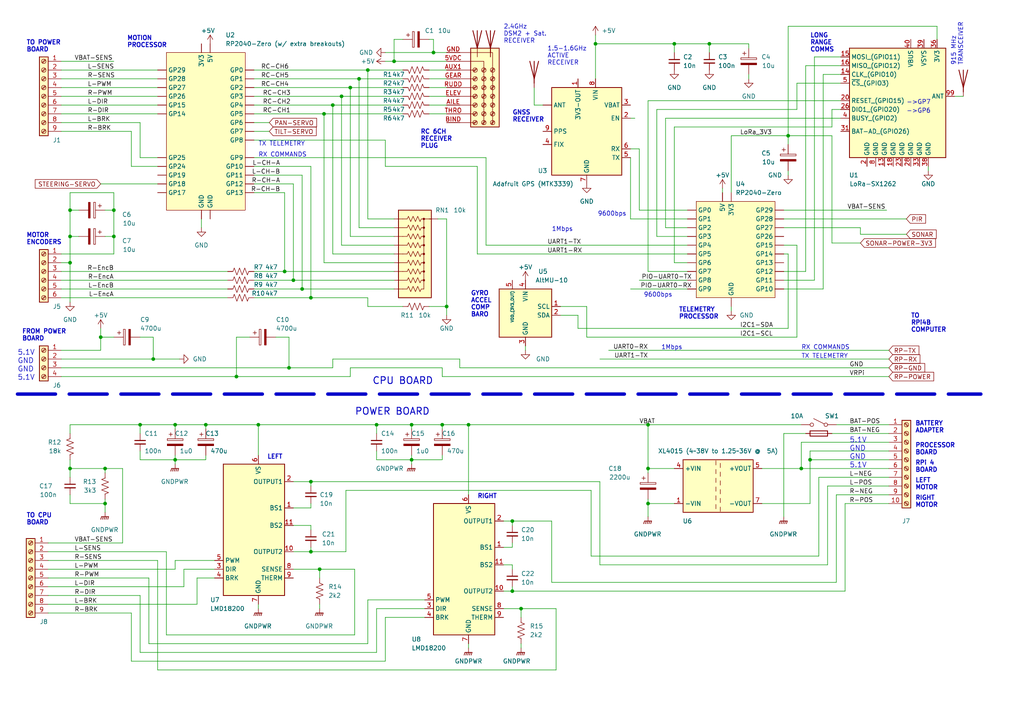
<source format=kicad_sch>
(kicad_sch (version 20211123) (generator eeschema)
  (paper "A4")
  (title_block (title "Roverling MK II Controller") (date "2023-11-12") (rev "2.03"))
  (junction (at 234.95 133.35))
  (junction (at 125.73 15.24))
  (junction (at 187.96 135.89))
  (junction (at 205.74 12.7))
  (junction (at 135.89 123.19))
  (junction (at 119.38 123.19))
  (junction (at 228.6 39.37))
  (junction (at 232.41 135.89))
  (junction (at 151.13 176.53))
  (junction (at 90.17 139.7))
  (junction (at 87.63 83.82))
  (junction (at 59.69 123.19))
  (junction (at 101.6 25.4))
  (junction (at 82.55 78.74))
  (junction (at 29.21 97.79))
  (junction (at 74.93 123.19))
  (junction (at 30.48 135.89))
  (junction (at 90.17 160.02))
  (junction (at 44.45 104.14))
  (junction (at 20.32 68.58))
  (junction (at 172.72 12.7))
  (junction (at 96.52 30.48))
  (junction (at 20.32 135.89))
  (junction (at 33.02 68.58))
  (junction (at 187.96 146.05))
  (junction (at 93.98 33.02))
  (junction (at 85.09 81.28))
  (junction (at 92.71 165.1))
  (junction (at 129.54 88.9))
  (junction (at 114.3 17.78))
  (junction (at 20.32 76.2))
  (junction (at 90.17 86.36))
  (junction (at 148.59 151.13))
  (junction (at 50.8 133.35))
  (junction (at 119.38 133.35))
  (junction (at 128.27 123.19))
  (junction (at 195.58 12.7))
  (junction (at 30.48 146.05))
  (junction (at 99.06 27.94))
  (junction (at 40.64 123.19))
  (junction (at 109.22 123.19))
  (junction (at 148.59 171.45))
  (junction (at 104.14 22.86))
  (junction (at 83.82 106.68))
  (junction (at 33.02 60.96))
  (junction (at 68.58 109.22))
  (junction (at 106.68 20.32))
  (junction (at 50.8 123.19))
  (junction (at 187.96 123.19))
  (junction (at 20.32 60.96))
  (wire (pts (xy 133.35 104.14) (xy 96.52 104.14)))
  (wire (pts (xy 74.93 123.19) (xy 74.93 132.08)))
  (wire (pts (xy 33.02 55.88) (xy 33.02 60.96)))
  (wire (pts (xy 233.68 19.05) (xy 243.84 19.05)))
  (wire (pts (xy 140.97 45.72) (xy 140.97 71.12)))
  (wire (pts (xy 129.54 63.5) (xy 129.54 88.9)))
  (wire (pts (xy 114.3 68.58) (xy 101.6 68.58)))
  (wire (pts (xy 212.09 90.17) (xy 212.09 88.9)))
  (wire (pts (xy 106.68 88.9) (xy 106.68 86.36)))
  (wire (pts (xy 30.48 146.05) (xy 20.32 146.05)))
  (wire (pts (xy 227.33 125.73) (xy 227.33 149.86)))
  (wire (pts (xy 220.98 135.89) (xy 232.41 135.89)))
  (wire (pts (xy 101.6 68.58) (xy 101.6 25.4)))
  (wire (pts (xy 90.17 146.05) (xy 90.17 147.32)))
  (wire (pts (xy 114.3 66.04) (xy 104.14 66.04)))
  (wire (pts (xy 111.76 15.24) (xy 125.73 15.24)))
  (wire (pts (xy 30.48 144.78) (xy 30.48 146.05)))
  (wire (pts (xy 217.17 12.7) (xy 217.17 13.97)))
  (wire (pts (xy 48.26 160.02) (xy 48.26 184.15)))
  (wire (pts (xy 119.38 133.35) (xy 128.27 133.35)))
  (wire (pts (xy 187.96 123.19) (xy 232.41 123.19)))
  (wire (pts (xy 160.02 151.13) (xy 148.59 151.13)))
  (wire (pts (xy 101.6 25.4) (xy 116.84 25.4)))
  (wire (pts (xy 17.78 27.94) (xy 45.72 27.94)))
  (wire (pts (xy 73.66 86.36) (xy 90.17 86.36)))
  (wire (pts (xy 17.78 22.86) (xy 45.72 22.86)))
  (wire (pts (xy 82.55 55.88) (xy 82.55 78.74)))
  (wire (pts (xy 101.6 106.68) (xy 101.6 109.22)))
  (polyline (pts (xy 5.08 114.3) (xy 284.48 114.3)) (stroke (width 1)))
  (wire (pts (xy 160.02 168.91) (xy 160.02 151.13)))
  (wire (pts (xy 236.22 16.51) (xy 236.22 81.28)))
  (wire (pts (xy 172.72 12.7) (xy 172.72 22.86)))
  (wire (pts (xy 29.21 97.79) (xy 33.02 97.79)))
  (wire (pts (xy 92.71 175.26) (xy 92.71 176.53)))
  (wire (pts (xy 90.17 160.02) (xy 100.33 160.02)))
  (wire (pts (xy 242.57 143.51) (xy 242.57 168.91)))
  (wire (pts (xy 242.57 123.19) (xy 257.81 123.19)))
  (wire (pts (xy 190.5 31.75) (xy 231.14 31.75)))
  (wire (pts (xy 162.56 88.9) (xy 170.18 88.9)))
  (wire (pts (xy 167.64 95.25) (xy 228.6 95.25)))
  (wire (pts (xy 13.97 175.26) (xy 57.15 175.26)))
  (wire (pts (xy 109.22 123.19) (xy 119.38 123.19)))
  (wire (pts (xy 237.49 161.29) (xy 171.45 161.29)))
  (wire (pts (xy 116.84 88.9) (xy 106.68 88.9)))
  (wire (pts (xy 85.09 165.1) (xy 92.71 165.1)))
  (wire (pts (xy 68.58 97.79) (xy 72.39 97.79)))
  (wire (pts (xy 30.48 60.96) (xy 33.02 60.96)))
  (wire (pts (xy 73.66 78.74) (xy 82.55 78.74)))
  (wire (pts (xy 140.97 71.12) (xy 199.39 71.12)))
  (wire (pts (xy 190.5 68.58) (xy 190.5 31.75)))
  (wire (pts (xy 93.98 76.2) (xy 93.98 33.02)))
  (wire (pts (xy 44.45 104.14) (xy 52.07 104.14)))
  (wire (pts (xy 125.73 15.24) (xy 129.54 15.24)))
  (wire (pts (xy 20.32 76.2) (xy 20.32 87.63)))
  (wire (pts (xy 30.48 146.05) (xy 30.48 148.59)))
  (wire (pts (xy 257.81 109.22) (xy 128.27 109.22)))
  (wire (pts (xy 57.15 167.64) (xy 62.23 167.64)))
  (wire (pts (xy 193.04 66.04) (xy 193.04 34.29)))
  (wire (pts (xy 59.69 123.19) (xy 74.93 123.19)))
  (wire (pts (xy 249.555 67.945) (xy 262.89 67.945)))
  (wire (pts (xy 257.81 106.68) (xy 133.35 106.68)))
  (wire (pts (xy 148.59 157.48) (xy 148.59 158.75)))
  (wire (pts (xy 124.46 33.02) (xy 129.54 33.02)))
  (wire (pts (xy 125.73 11.43) (xy 125.73 15.24)))
  (wire (pts (xy 129.54 17.78) (xy 114.3 17.78)))
  (wire (pts (xy 53.34 165.1) (xy 62.23 165.1)))
  (wire (pts (xy 30.48 135.89) (xy 20.32 135.89)))
  (wire (pts (xy 227.33 66.04) (xy 249.555 66.04)))
  (wire (pts (xy 148.59 170.18) (xy 148.59 171.45)))
  (wire (pts (xy 50.8 124.46) (xy 50.8 123.19)))
  (wire (pts (xy 59.69 132.08) (xy 59.69 133.35)))
  (wire (pts (xy 111.76 48.26) (xy 138.43 48.26)))
  (wire (pts (xy 104.14 66.04) (xy 104.14 22.86)))
  (wire (pts (xy 85.09 81.28) (xy 114.3 81.28)))
  (wire (pts (xy 106.68 173.99) (xy 106.68 186.69)))
  (wire (pts (xy 20.32 60.96) (xy 22.86 60.96)))
  (wire (pts (xy 109.22 123.19) (xy 109.22 125.73)))
  (wire (pts (xy 109.22 130.81) (xy 109.22 133.35)))
  (wire (pts (xy 119.38 134.62) (xy 119.38 133.35)))
  (wire (pts (xy 29.21 53.34) (xy 45.72 53.34)))
  (wire (pts (xy 85.09 139.7) (xy 90.17 139.7)))
  (wire (pts (xy 90.17 48.26) (xy 73.66 48.26)))
  (wire (pts (xy 74.93 123.19) (xy 109.22 123.19)))
  (wire (pts (xy 13.97 160.02) (xy 48.26 160.02)))
  (wire (pts (xy 114.3 71.12) (xy 99.06 71.12)))
  (wire (pts (xy 29.21 101.6) (xy 29.21 97.79)))
  (wire (pts (xy 106.68 186.69) (xy 43.18 186.69)))
  (wire (pts (xy 17.78 104.14) (xy 44.45 104.14)))
  (wire (pts (xy 241.3 70.485) (xy 249.555 70.485)))
  (wire (pts (xy 148.59 152.4) (xy 148.59 151.13)))
  (wire (pts (xy 138.43 73.66) (xy 199.39 73.66)))
  (wire (pts (xy 17.78 35.56) (xy 40.64 35.56)))
  (wire (pts (xy 227.33 71.12) (xy 231.14 71.12)))
  (wire (pts (xy 90.17 160.02) (xy 85.09 160.02)))
  (wire (pts (xy 227.33 78.74) (xy 233.68 78.74)))
  (wire (pts (xy 231.14 71.12) (xy 231.14 97.79)))
  (wire (pts (xy 234.95 130.81) (xy 257.81 130.81)))
  (wire (pts (xy 38.1 177.8) (xy 13.97 177.8)))
  (wire (pts (xy 92.71 165.1) (xy 102.87 165.1)))
  (wire (pts (xy 116.84 11.43) (xy 114.3 11.43)))
  (wire (pts (xy 245.11 146.05) (xy 257.81 146.05)))
  (wire (pts (xy 127 63.5) (xy 129.54 63.5)))
  (wire (pts (xy 269.24 48.26) (xy 269.24 49.53)))
  (wire (pts (xy 249.555 66.04) (xy 249.555 67.945)))
  (wire (pts (xy 35.56 157.48) (xy 35.56 135.89)))
  (wire (pts (xy 243.84 29.21) (xy 187.96 29.21)))
  (wire (pts (xy 212.09 55.88) (xy 212.09 39.37)))
  (wire (pts (xy 185.42 43.18) (xy 185.42 60.96)))
  (wire (pts (xy 38.1 48.26) (xy 38.1 38.1)))
  (wire (pts (xy 45.72 194.31) (xy 161.29 194.31)))
  (wire (pts (xy 99.06 27.94) (xy 116.84 27.94)))
  (wire (pts (xy 232.41 128.27) (xy 257.81 128.27)))
  (wire (pts (xy 227.33 63.5) (xy 262.89 63.5)))
  (wire (pts (xy 80.01 97.79) (xy 83.82 97.79)))
  (wire (pts (xy 17.78 106.68) (xy 83.82 106.68)))
  (wire (pts (xy 199.39 68.58) (xy 190.5 68.58)))
  (wire (pts (xy 109.22 189.23) (xy 40.64 189.23)))
  (wire (pts (xy 217.17 21.59) (xy 217.17 22.86)))
  (wire (pts (xy 119.38 132.08) (xy 119.38 133.35)))
  (wire (pts (xy 227.33 73.66) (xy 228.6 73.66)))
  (wire (pts (xy 30.48 137.16) (xy 30.48 135.89)))
  (wire (pts (xy 20.32 60.96) (xy 20.32 68.58)))
  (wire (pts (xy 123.19 173.99) (xy 106.68 173.99)))
  (wire (pts (xy 228.6 39.37) (xy 228.6 41.91)))
  (wire (pts (xy 151.13 186.69) (xy 151.13 187.96)))
  (wire (pts (xy 92.71 165.1) (xy 92.71 167.64)))
  (wire (pts (xy 233.68 78.74) (xy 233.68 19.05)))
  (wire (pts (xy 17.78 109.22) (xy 68.58 109.22)))
  (wire (pts (xy 152.4 100.33) (xy 152.4 101.6)))
  (wire (pts (xy 205.74 12.7) (xy 205.74 15.24)))
  (wire (pts (xy 17.78 33.02) (xy 45.72 33.02)))
  (wire (pts (xy 13.97 162.56) (xy 45.72 162.56)))
  (wire (pts (xy 199.39 60.96) (xy 185.42 60.96)))
  (wire (pts (xy 20.32 68.58) (xy 20.32 76.2)))
  (wire (pts (xy 148.59 158.75) (xy 146.05 158.75)))
  (wire (pts (xy 43.18 167.64) (xy 13.97 167.64)))
  (wire (pts (xy 83.82 106.68) (xy 96.52 106.68)))
  (wire (pts (xy 154.94 25.4) (xy 154.94 30.48)))
  (wire (pts (xy 50.8 162.56) (xy 62.23 162.56)))
  (wire (pts (xy 73.66 45.72) (xy 140.97 45.72)))
  (wire (pts (xy 124.46 88.9) (xy 129.54 88.9)))
  (wire (pts (xy 128.27 132.08) (xy 128.27 133.35)))
  (wire (pts (xy 124.46 11.43) (xy 125.73 11.43)))
  (wire (pts (xy 124.46 30.48) (xy 129.54 30.48)))
  (wire (pts (xy 187.96 29.21) (xy 187.96 78.74)))
  (wire (pts (xy 237.49 138.43) (xy 237.49 161.29)))
  (wire (pts (xy 17.78 38.1) (xy 38.1 38.1)))
  (wire (pts (xy 124.46 22.86) (xy 129.54 22.86)))
  (wire (pts (xy 40.64 45.72) (xy 45.72 45.72)))
  (wire (pts (xy 128.27 109.22) (xy 128.27 106.68)))
  (wire (pts (xy 176.53 101.6) (xy 257.81 101.6)))
  (wire (pts (xy 114.3 63.5) (xy 106.68 63.5)))
  (wire (pts (xy 123.19 176.53) (xy 109.22 176.53)))
  (wire (pts (xy 17.78 30.48) (xy 45.72 30.48)))
  (wire (pts (xy 146.05 163.83) (xy 148.59 163.83)))
  (wire (pts (xy 257.81 135.89) (xy 232.41 135.89)))
  (wire (pts (xy 100.33 142.24) (xy 171.45 142.24)))
  (wire (pts (xy 59.69 124.46) (xy 59.69 123.19)))
  (wire (pts (xy 73.66 30.48) (xy 96.52 30.48)))
  (wire (pts (xy 90.17 86.36) (xy 106.68 86.36)))
  (wire (pts (xy 243.84 16.51) (xy 236.22 16.51)))
  (wire (pts (xy 232.41 128.27) (xy 232.41 135.89)))
  (wire (pts (xy 114.3 11.43) (xy 114.3 17.78)))
  (wire (pts (xy 20.32 55.88) (xy 33.02 55.88)))
  (wire (pts (xy 40.64 133.35) (xy 50.8 133.35)))
  (wire (pts (xy 182.88 83.82) (xy 199.39 83.82)))
  (wire (pts (xy 187.96 135.89) (xy 195.58 135.89)))
  (wire (pts (xy 227.33 83.82) (xy 238.76 83.82)))
  (wire (pts (xy 123.19 179.07) (xy 111.76 179.07)))
  (wire (pts (xy 193.04 34.29) (xy 243.84 34.29)))
  (wire (pts (xy 172.72 12.7) (xy 195.58 12.7)))
  (wire (pts (xy 73.66 22.86) (xy 104.14 22.86)))
  (wire (pts (xy 50.8 134.62) (xy 50.8 133.35)))
  (wire (pts (xy 135.89 123.19) (xy 135.89 143.51)))
  (wire (pts (xy 276.86 27.94) (xy 279.4 27.94)))
  (wire (pts (xy 228.6 7.62) (xy 271.78 7.62)))
  (wire (pts (xy 241.3 31.75) (xy 241.3 36.83)))
  (wire (pts (xy 40.64 123.19) (xy 40.64 125.73)))
  (wire (pts (xy 195.58 12.7) (xy 205.74 12.7)))
  (wire (pts (xy 50.8 123.19) (xy 59.69 123.19)))
  (wire (pts (xy 58.42 63.5) (xy 58.42 66.04)))
  (wire (pts (xy 68.58 109.22) (xy 101.6 109.22)))
  (wire (pts (xy 85.09 53.34) (xy 85.09 81.28)))
  (wire (pts (xy 109.22 176.53) (xy 109.22 189.23)))
  (wire (pts (xy 236.22 81.28) (xy 227.33 81.28)))
  (wire (pts (xy 17.78 73.66) (xy 33.02 73.66)))
  (wire (pts (xy 82.55 55.88) (xy 73.66 55.88)))
  (wire (pts (xy 90.17 152.4) (xy 90.17 153.67)))
  (wire (pts (xy 114.3 17.78) (xy 111.76 17.78)))
  (wire (pts (xy 40.64 123.19) (xy 50.8 123.19)))
  (wire (pts (xy 50.8 165.1) (xy 50.8 162.56)))
  (wire (pts (xy 48.26 184.15) (xy 102.87 184.15)))
  (wire (pts (xy 173.99 104.14) (xy 257.81 104.14)))
  (wire (pts (xy 90.17 48.26) (xy 90.17 86.36)))
  (wire (pts (xy 73.66 33.02) (xy 93.98 33.02)))
  (wire (pts (xy 90.17 139.7) (xy 173.99 139.7)))
  (wire (pts (xy 173.99 163.83) (xy 240.03 163.83)))
  (wire (pts (xy 57.15 175.26) (xy 57.15 167.64)))
  (wire (pts (xy 231.14 24.13) (xy 243.84 24.13)))
  (wire (pts (xy 106.68 63.5) (xy 106.68 20.32)))
  (wire (pts (xy 228.6 39.37) (xy 228.6 7.62)))
  (wire (pts (xy 182.88 63.5) (xy 199.39 63.5)))
  (wire (pts (xy 111.76 40.64) (xy 111.76 48.26)))
  (wire (pts (xy 234.95 133.35) (xy 257.81 133.35)))
  (wire (pts (xy 242.57 168.91) (xy 160.02 168.91)))
  (wire (pts (xy 170.18 88.9) (xy 170.18 97.79)))
  (wire (pts (xy 68.58 97.79) (xy 68.58 109.22)))
  (wire (pts (xy 40.64 45.72) (xy 40.64 35.56)))
  (wire (pts (xy 50.8 132.08) (xy 50.8 133.35)))
  (wire (pts (xy 99.06 71.12) (xy 99.06 27.94)))
  (wire (pts (xy 87.63 50.8) (xy 73.66 50.8)))
  (wire (pts (xy 90.17 147.32) (xy 85.09 147.32)))
  (wire (pts (xy 17.78 17.78) (xy 33.02 17.78)))
  (wire (pts (xy 35.56 135.89) (xy 30.48 135.89)))
  (wire (pts (xy 20.32 123.19) (xy 40.64 123.19)))
  (wire (pts (xy 187.96 146.05) (xy 187.96 149.86)))
  (wire (pts (xy 87.63 83.82) (xy 114.3 83.82)))
  (wire (pts (xy 38.1 191.77) (xy 38.1 177.8)))
  (wire (pts (xy 83.82 97.79) (xy 83.82 106.68)))
  (wire (pts (xy 40.64 172.72) (xy 13.97 172.72)))
  (wire (pts (xy 73.66 83.82) (xy 87.63 83.82)))
  (wire (pts (xy 228.6 73.66) (xy 228.6 95.25)))
  (wire (pts (xy 231.14 97.79) (xy 170.18 97.79)))
  (wire (pts (xy 195.58 36.83) (xy 195.58 76.2)))
  (wire (pts (xy 124.46 27.94) (xy 129.54 27.94)))
  (wire (pts (xy 85.09 53.34) (xy 73.66 53.34)))
  (wire (pts (xy 17.78 76.2) (xy 20.32 76.2)))
  (wire (pts (xy 43.18 186.69) (xy 43.18 167.64)))
  (wire (pts (xy 13.97 170.18) (xy 53.34 170.18)))
  (wire (pts (xy 106.68 20.32) (xy 116.84 20.32)))
  (wire (pts (xy 187.96 78.74) (xy 199.39 78.74)))
  (wire (pts (xy 53.34 170.18) (xy 53.34 165.1)))
  (wire (pts (xy 128.27 106.68) (xy 101.6 106.68)))
  (wire (pts (xy 104.14 22.86) (xy 116.84 22.86)))
  (wire (pts (xy 20.32 133.35) (xy 20.32 135.89)))
  (wire (pts (xy 173.99 139.7) (xy 173.99 163.83)))
  (wire (pts (xy 90.17 158.75) (xy 90.17 160.02)))
  (wire (pts (xy 187.96 144.78) (xy 187.96 146.05)))
  (wire (pts (xy 151.13 176.53) (xy 151.13 179.07)))
  (wire (pts (xy 44.45 97.79) (xy 44.45 104.14)))
  (wire (pts (xy 17.78 101.6) (xy 29.21 101.6)))
  (wire (pts (xy 128.27 123.19) (xy 135.89 123.19)))
  (wire (pts (xy 148.59 171.45) (xy 146.05 171.45)))
  (wire (pts (xy 119.38 123.19) (xy 128.27 123.19)))
  (wire (pts (xy 182.88 34.29) (xy 184.15 34.29)))
  (wire (pts (xy 13.97 157.48) (xy 35.56 157.48)))
  (wire (pts (xy 20.32 68.58) (xy 22.86 68.58)))
  (wire (pts (xy 151.13 176.53) (xy 161.29 176.53)))
  (wire (pts (xy 20.32 143.51) (xy 20.32 146.05)))
  (wire (pts (xy 90.17 140.97) (xy 90.17 139.7)))
  (wire (pts (xy 40.64 97.79) (xy 44.45 97.79)))
  (wire (pts (xy 74.93 175.26) (xy 74.93 176.53)))
  (wire (pts (xy 234.95 133.35) (xy 234.95 130.81)))
  (wire (pts (xy 220.98 146.05) (xy 234.95 146.05)))
  (wire (pts (xy 20.32 55.88) (xy 20.32 60.96)))
  (wire (pts (xy 271.78 7.62) (xy 271.78 11.43)))
  (wire (pts (xy 172.72 10.16) (xy 172.72 12.7)))
  (wire (pts (xy 161.29 194.31) (xy 161.29 176.53)))
  (wire (pts (xy 138.43 48.26) (xy 138.43 73.66)))
  (wire (pts (xy 20.32 135.89) (xy 20.32 138.43)))
  (wire (pts (xy 240.03 163.83) (xy 240.03 140.97)))
  (wire (pts (xy 124.46 20.32) (xy 129.54 20.32)))
  (wire (pts (xy 146.05 176.53) (xy 151.13 176.53)))
  (wire (pts (xy 135.89 186.69) (xy 135.89 187.96)))
  (wire (pts (xy 187.96 135.89) (xy 187.96 137.16)))
  (wire (pts (xy 241.3 125.73) (xy 257.81 125.73)))
  (wire (pts (xy 243.84 31.75) (xy 241.3 31.75)))
  (wire (pts (xy 128.27 124.46) (xy 128.27 123.19)))
  (wire (pts (xy 102.87 165.1) (xy 102.87 184.15)))
  (wire (pts (xy 73.66 27.94) (xy 99.06 27.94)))
  (wire (pts (xy 30.48 68.58) (xy 33.02 68.58)))
  (wire (pts (xy 182.88 43.18) (xy 185.42 43.18)))
  (wire (pts (xy 195.58 12.7) (xy 195.58 15.24)))
  (wire (pts (xy 33.02 68.58) (xy 33.02 73.66)))
  (wire (pts (xy 29.21 97.79) (xy 29.21 95.25)))
  (wire (pts (xy 119.38 124.46) (xy 119.38 123.19)))
  (wire (pts (xy 45.72 48.26) (xy 38.1 48.26)))
  (wire (pts (xy 17.78 20.32) (xy 45.72 20.32)))
  (wire (pts (xy 209.55 54.61) (xy 209.55 55.88)))
  (wire (pts (xy 17.78 83.82) (xy 66.04 83.82)))
  (wire (pts (xy 73.66 40.64) (xy 111.76 40.64)))
  (wire (pts (xy 157.48 30.48) (xy 154.94 30.48)))
  (wire (pts (xy 33.02 60.96) (xy 33.02 68.58)))
  (wire (pts (xy 148.59 171.45) (xy 245.11 171.45)))
  (wire (pts (xy 187.96 123.19) (xy 187.96 135.89)))
  (wire (pts (xy 50.8 133.35) (xy 59.69 133.35)))
  (wire (pts (xy 93.98 33.02) (xy 116.84 33.02)))
  (wire (pts (xy 45.72 162.56) (xy 45.72 194.31)))
  (wire (pts (xy 73.66 35.56) (xy 78.105 35.56)))
  (wire (pts (xy 73.66 20.32) (xy 106.68 20.32)))
  (wire (pts (xy 234.95 133.35) (xy 234.95 146.05)))
  (wire (pts (xy 96.52 104.14) (xy 96.52 106.68)))
  (wire (pts (xy 238.76 83.82) (xy 238.76 21.59)))
  (wire (pts (xy 231.14 31.75) (xy 231.14 24.13)))
  (wire (pts (xy 85.09 152.4) (xy 90.17 152.4)))
  (wire (pts (xy 82.55 78.74) (xy 114.3 78.74)))
  (wire (pts (xy 100.33 142.24) (xy 100.33 160.02)))
  (wire (pts (xy 111.76 179.07) (xy 111.76 191.77)))
  (wire (pts (xy 167.64 91.44) (xy 167.64 95.25)))
  (wire (pts (xy 40.64 189.23) (xy 40.64 172.72)))
  (wire (pts (xy 182.88 45.72) (xy 182.88 63.5)))
  (wire (pts (xy 233.68 125.73) (xy 227.33 125.73)))
  (wire (pts (xy 17.78 25.4) (xy 45.72 25.4)))
  (wire (pts (xy 109.22 133.35) (xy 119.38 133.35)))
  (wire (pts (xy 148.59 163.83) (xy 148.59 165.1)))
  (wire (pts (xy 227.33 60.96) (xy 257.175 60.96)))
  (wire (pts (xy 124.46 25.4) (xy 129.54 25.4)))
  (wire (pts (xy 238.76 21.59) (xy 243.84 21.59)))
  (wire (pts (xy 257.81 143.51) (xy 242.57 143.51)))
  (wire (pts (xy 245.11 171.45) (xy 245.11 146.05)))
  (wire (pts (xy 146.05 151.13) (xy 148.59 151.13)))
  (wire (pts (xy 87.63 50.8) (xy 87.63 83.82)))
  (wire (pts (xy 195.58 146.05) (xy 187.96 146.05)))
  (wire (pts (xy 114.3 73.66) (xy 96.52 73.66)))
  (wire (pts (xy 73.66 81.28) (xy 85.09 81.28)))
  (wire (pts (xy 73.66 38.1) (xy 78.105 38.1)))
  (wire (pts (xy 185.42 81.28) (xy 199.39 81.28)))
  (wire (pts (xy 237.49 138.43) (xy 257.81 138.43)))
  (wire (pts (xy 228.6 49.53) (xy 228.6 50.8)))
  (wire (pts (xy 17.78 78.74) (xy 66.04 78.74)))
  (wire (pts (xy 133.35 106.68) (xy 133.35 104.14)))
  (wire (pts (xy 135.89 123.19) (xy 187.96 123.19)))
  (wire (pts (xy 228.6 39.37) (xy 241.3 39.37)))
  (wire (pts (xy 199.39 66.04) (xy 193.04 66.04)))
  (wire (pts (xy 205.74 12.7) (xy 217.17 12.7)))
  (wire (pts (xy 212.09 39.37) (xy 228.6 39.37)))
  (wire (pts (xy 96.52 73.66) (xy 96.52 30.48)))
  (wire (pts (xy 162.56 91.44) (xy 167.64 91.44)))
  (wire (pts (xy 129.54 88.9) (xy 129.54 91.44)))
  (wire (pts (xy 73.66 25.4) (xy 101.6 25.4)))
  (wire (pts (xy 17.78 81.28) (xy 66.04 81.28)))
  (wire (pts (xy 241.3 39.37) (xy 241.3 70.485)))
  (wire (pts (xy 241.3 36.83) (xy 195.58 36.83)))
  (wire (pts (xy 240.03 140.97) (xy 257.81 140.97)))
  (wire (pts (xy 40.64 130.81) (xy 40.64 133.35)))
  (wire (pts (xy 111.76 191.77) (xy 38.1 191.77)))
  (wire (pts (xy 195.58 76.2) (xy 199.39 76.2)))
  (wire (pts (xy 96.52 30.48) (xy 116.84 30.48)))
  (wire (pts (xy 17.78 86.36) (xy 66.04 86.36)))
  (wire (pts (xy 171.45 161.29) (xy 171.45 142.24)))
  (wire (pts (xy 13.97 165.1) (xy 50.8 165.1)))
  (wire (pts (xy 20.32 123.19) (xy 20.32 125.73)))
  (wire (pts (xy 114.3 76.2) (xy 93.98 76.2)))
  (text "BATTERY\nADAPTER" (at 265.43 125.73 0) (effects (font (size 1.27 1.27) (thickness 0.254) bold) (justify left bottom)))
  (text "MOTOR\nENCODERS" (at 7.62 71.12 0) (effects (font (size 1.27 1.27) (thickness 0.254) bold) (justify left bottom)))
  (text "FROM POWER \nBOARD" (at 6.35 99.06 0) (effects (font (size 1.27 1.27) (thickness 0.254) bold) (justify left bottom)))
  (text "RPi 4\nBOARD" (at 265.43 137.16 0) (effects (font (size 1.27 1.27) (thickness 0.254) bold) (justify left bottom)))
  (text "TO POWER \nBOARD" (at 7.62 15.24 0) (effects (font (size 1.27 1.27) (thickness 0.254) bold) (justify left bottom)))
  (text "->GP7" (at 262.89 30.48 0) (effects (font (size 1.27 1.27)) (justify left bottom)))
  (text "9600bps" (at 186.69 86.36 0) (effects (font (size 1.27 1.27)) (justify left bottom)))
  (text "5.1V\nGND\nGND\n5.1V" (at 246.38 135.89 0) (effects (font (size 1.5 1.5)) (justify left bottom)))
  (text "1Mbps" (at 191.77 101.6 0) (effects (font (size 1.27 1.27)) (justify left bottom)))
  (text "TO CPU\nBOARD" (at 7.62 152.4 0) (effects (font (size 1.27 1.27) (thickness 0.254) bold) (justify left bottom)))
  (text "RC 6CH\nRECEIVER\nPLUG" (at 121.92 43.18 0) (effects (font (size 1.27 1.27) (thickness 0.254) bold) (justify left bottom)))
  (text "LONG\nRANGE\nCOMMS" (at 234.95 15.24 0) (effects (font (size 1.27 1.27) (thickness 0.254) bold) (justify left bottom)))
  (text "TELEMETRY\nPROCESSOR" (at 196.85 92.71 0) (effects (font (size 1.27 1.27) (thickness 0.254) bold) (justify left bottom)))
  (text "9600bps" (at 173.355 62.865 0) (effects (font (size 1.27 1.27)) (justify left bottom)))
  (text "1Mbps" (at 160.02 67.31 0) (effects (font (size 1.27 1.27)) (justify left bottom)))
  (text "->GP6" (at 262.89 33.02 0) (effects (font (size 1.27 1.27)) (justify left bottom)))
  (text "MOTION\nPROCESSOR" (at 36.83 13.97 0) (effects (font (size 1.27 1.27) (thickness 0.254) bold) (justify left bottom)))
  (text "PROCESSOR\nBOARD" (at 265.43 132.08 0) (effects (font (size 1.27 1.27) (thickness 0.254) bold) (justify left bottom)))
  (text "GYRO\nACCEL\nCOMP\nBARO" (at 136.525 92.075 0) (effects (font (size 1.27 1.27) (thickness 0.254) bold) (justify left bottom)))
  (text "GNSS\nRECEIVER" (at 148.59 35.56 0) (effects (font (size 1.27 1.27) (thickness 0.254) bold) (justify left bottom)))
  (text "RIGHT" (at 138.43 144.78 0) (effects (font (size 1.27 1.27) (thickness 0.254) bold) (justify left bottom)))
  (text "TX TELEMETRY" (at 232.41 104.14 0) (effects (font (size 1.27 1.27)) (justify left bottom)))
  (text "2.4GHz\nDSM2 + Sat.\nRECEIVER" (at 146.05 12.7 0) (effects (font (size 1.27 1.27)) (justify left bottom)))
  (text "1.5-1.6GHz\nACTIVE\nRECEIVER" (at 158.75 19.05 0) (effects (font (size 1.27 1.27)) (justify left bottom)))
  (text "RIGHT\nMOTOR" (at 265.43 147.32 0) (effects (font (size 1.27 1.27) (thickness 0.254) bold) (justify left bottom)))
  (text "TX TELEMETRY" (at 74.93 42.545 0) (effects (font (size 1.27 1.27)) (justify left bottom)))
  (text "915 MHz\nTRANSCEIVER" (at 279.4 19.05 90) (effects (font (size 1.27 1.27)) (justify left bottom)))
  (text "5.1V\nGND\nGND\n5.1V" (at 5.08 110.49 0) (effects (font (size 1.5 1.5)) (justify left bottom)))
  (text "LEFT" (at 77.47 133.35 0) (effects (font (size 1.27 1.27) (thickness 0.254) bold) (justify left bottom)))
  (text "TO\nRPi4B\nCOMPUTER" (at 264.16 96.52 0) (effects (font (size 1.27 1.27) (thickness 0.254) bold) (justify left bottom)))
  (text "POWER BOARD" (at 102.87 120.65 0) (effects (font (size 2 2) (thickness 0.254) bold) (justify left bottom)))
  (text "RX COMMANDS" (at 74.93 45.72 0) (effects (font (size 1.27 1.27)) (justify left bottom)))
  (text "LEFT\nMOTOR" (at 265.43 142.24 0) (effects (font (size 1.27 1.27) (thickness 0.254) bold) (justify left bottom)))
  (text "CPU BOARD" (at 107.95 111.76 0) (effects (font (size 2 2) (thickness 0.254) bold) (justify left bottom)))
  (text "RX COMMANDS" (at 232.41 101.6 0) (effects (font (size 1.27 1.27)) (justify left bottom)))
  (label "VBAT-SENS" (at 245.745 60.96 0))
  (label "VRPi" (at 246.38 109.22 0))
  (label "R-PWM" (at 21.59 167.64 0))
  (label "R-SENS" (at 21.59 162.56 0))
  (label "L-EncA" (at 33.02 86.36 180))
  (label "VBAT-SENS" (at 21.59 157.48 0))
  (label "R-POS" (at 246.38 146.05 0))
  (label "RC-CH4" (at 83.82 25.4 180))
  (label "UART1-TX" (at 187.96 104.14 180))
  (label "L-SENS" (at 21.59 160.02 0))
  (label "R-BRK" (at 25.4 38.1 0))
  (label "UART1-RX" (at 158.75 73.66 0))
  (label "GND" (at 246.38 106.68 0))
  (label "RC-CH2" (at 76.2 30.48 0))
  (label "I2C1-SCL" (at 214.63 97.79 0))
  (label "RC-CH1" (at 76.2 33.02 0))
  (label "LoRa_3V3" (at 214.63 39.37 0))
  (label "L-SENS" (at 25.4 20.32 0))
  (label "UART1-TX" (at 158.75 71.12 0))
  (label "R-EncA" (at 33.02 81.28 180))
  (label "L-NEG" (at 246.38 138.43 0))
  (label "RC-CH3" (at 76.2 27.94 0))
  (label "L-CH-A" (at 81.28 48.26 180))
  (label "R-NEG" (at 246.38 143.51 0))
  (label "R-CH-B" (at 81.28 55.88 180))
  (label "L-DIR" (at 21.59 170.18 0))
  (label "L-PWM" (at 21.59 165.1 0))
  (label "UART0-RX" (at 187.96 101.6 180))
  (label "BAT-POS" (at 246.38 123.19 0))
  (label "R-EncB" (at 33.02 78.74 180))
  (label "R-BRK" (at 21.59 177.8 0))
  (label "R-CH-A" (at 81.28 53.34 180))
  (label "R-PWM" (at 25.4 27.94 0))
  (label "L-BRK" (at 21.59 175.26 0))
  (label "BAT-NEG" (at 246.38 125.73 0))
  (label "PIO-UART0-RX" (at 200.66 83.82 180))
  (label "I2C1-SDA" (at 214.63 95.25 0))
  (label "VBAT" (at 185.42 123.19 0))
  (label "R-SENS" (at 25.4 22.86 0))
  (label "L-PWM" (at 25.4 25.4 0))
  (label "L-POS" (at 246.38 140.97 0))
  (label "L-CH-B" (at 81.28 50.8 180))
  (label "RC-CH5" (at 83.82 22.86 180))
  (label "VBAT-SENS" (at 21.59 17.78 0))
  (label "L-EncB" (at 33.02 83.82 180))
  (label "R-DIR" (at 25.4 33.02 0))
  (label "L-DIR" (at 25.4 30.48 0))
  (label "PIO-UART0-TX" (at 200.66 81.28 180))
  (label "R-DIR" (at 21.59 172.72 0))
  (label "L-BRK" (at 25.4 35.56 0))
  (label "RC-CH6" (at 83.82 20.32 180))
  (global_label "PAN-SERVO" (shape input) (at 78.105 35.56 0) (property "Intersheet References" "${INTERSHEET_REFS}" (effects hide)))
  (global_label "RP-RX" (shape input) (at 257.81 104.14 0) (property "Intersheet References" "${INTERSHEET_REFS}" (effects hide)))
  (global_label "RP-POWER" (shape input) (at 257.81 109.22 0) (property "Intersheet References" "${INTERSHEET_REFS}" (effects hide)))
  (global_label "RP-TX" (shape input) (at 257.81 101.6 0) (property "Intersheet References" "${INTERSHEET_REFS}" (effects hide)))
  (global_label "SONAR-POWER-3V3" (shape input) (at 249.555 70.485 0) (property "Intersheet References" "${INTERSHEET_REFS}" (effects hide)))
  (global_label "SONAR" (shape input) (at 262.89 67.945 0) (property "Intersheet References" "${INTERSHEET_REFS}" (effects hide)))
  (global_label "PIR" (shape input) (at 262.89 63.5 0) (property "Intersheet References" "${INTERSHEET_REFS}" (effects hide)))
  (global_label "TILT-SERVO" (shape input) (at 78.105 38.1 0) (property "Intersheet References" "${INTERSHEET_REFS}" (effects hide)))
  (global_label "RP-GND" (shape input) (at 257.81 106.68 0) (property "Intersheet References" "${INTERSHEET_REFS}" (effects hide)))
  (global_label "STEERING-SERVO" (shape input) (at 29.21 53.34 180) (property "Intersheet References" "${INTERSHEET_REFS}" (effects hide)))
  (symbol (lib_id "Device:C_Polarized") (at 50.8 128.27 0) (unit 1)
    (property "Reference" "C12" (at 54.61 125.73 0) (effects (justify right)))
    (property "Value" "1u0" (at 55.88 130.81 0) (effects (justify right)))
  )
  (symbol (lib_id "Device:Antenna") (at 279.4 22.86 0) (unit 1)
    (property "Reference" "AE4" (effects hide))
    (property "Value" "915MHz" (effects hide))
  )
  (symbol (lib_id "power:GNDPWR") (at 227.33 149.86 0) (unit 1)
    (property "Reference" "#PWR027" (effects hide))
    (property "Value" "GNDPWR" (at 227.203 154.94 0))
  )
  (symbol (lib_id "Connector:Screw_Terminal_01x09") (at 12.7 27.94 0) (mirror y) (unit 1)
    (property "Reference" "J1" (at 16.51 40.64 0))
    (property "Value" "Screw_Terminal_01x09" (effects hide))
  )
  (symbol (lib_id "power:+5V") (at 172.72 10.16 0) (mirror y) (unit 1)
    (property "Reference" "#PWR01" (effects hide))
    (property "Value" "+5V" (at 176.53 8.89 0))
  )
  (symbol (lib_id "_MM:RP2040-Zero_Plus") (at 60.96 30.48 0) (mirror y) (unit 1)
    (property "Reference" "U2" (at 65.405 10.16 0) (effects (justify right)))
    (property "Value" "RP2040-Zero (w/ extra breakouts)" (at 65.405 12.7 0) (effects (justify right)))
    (property "Footprint" "RP2040-Zero:RP2040-Zero" (effects hide))
  )
  (symbol (lib_id "Device:R_US") (at 120.65 33.02 270) (mirror x) (unit 1)
    (property "Reference" "R6" (at 112.395 34.29 90))
    (property "Value" "4k7" (at 115.57 34.29 90))
  )
  (symbol (lib_id "Device:C_Small") (at 40.64 128.27 0) (unit 1)
    (property "Reference" "C11" (at 41.91 125.73 0) (effects (justify left)))
    (property "Value" "100n" (at 41.91 130.81 0) (effects (justify left)))
  )
  (symbol (lib_id "power:GND") (at 212.09 90.17 0) (mirror y) (unit 1)
    (property "Reference" "#PWR018" (effects hide))
    (property "Value" "GND" (at 216.535 91.44 0))
  )
  (symbol (lib_id "power:GND") (at 205.74 20.32 0) (mirror y) (unit 1)
    (property "Reference" "#PWR06" (effects hide))
    (property "Value" "GND" (at 205.74 25.4 0))
  )
  (symbol (lib_id "power:+5V") (at 60.96 12.7 0) (unit 1)
    (property "Reference" "#PWR02" (effects hide))
    (property "Value" "+5V" (at 60.325 8.89 0))
  )
  (symbol (lib_name "LMD18200_2") (lib_id "Driver_Motor:LMD18200") (at 133.35 163.83 0) (unit 1)
    (property "Reference" "U8" (at 119.38 185.42 0) (effects (justify left)))
    (property "Value" "LMD18200" (at 119.38 187.96 0) (effects (justify left)))
    (property "Footprint" "Package_TO_SOT_THT:TO-220-11_P3.4x5.08mm_StaggerOdd_Lead4.85mm_Vertical" (effects hide))
    (property "Datasheet" "http://www.ti.com/lit/ds/symlink/lmd18200.pdf" (effects hide))
  )
  (symbol (lib_id "Device:Antenna") (at 142.24 11.43 0) (mirror y) (unit 1)
    (property "Reference" "AE2" (effects hide))
    (property "Value" "Active 1.5~1.6GHz" (effects hide))
  )
  (symbol (lib_id "Device:C_Small") (at 90.17 143.51 0) (unit 1)
    (property "Reference" "C19" (at 92.71 143.51 0) (effects (justify left)))
    (property "Value" "10n" (at 92.71 146.05 0) (effects (justify left)))
  )
  (symbol (lib_id "Device:R_Network09_US") (at 119.38 73.66 270) (unit 1)
    (property "Reference" "RN1" (at 128.27 60.96 90))
    (property "Value" "10k" (at 133.35 60.96 90))
    (property "Footprint" "Resistor_THT:R_Array_SIP10" (effects hide))
    (property "Datasheet" "http://www.vishay.com/docs/31509/csc.pdf" (effects hide))
  )
  (symbol (lib_id "Device:R_US") (at 120.65 20.32 270) (mirror x) (unit 1)
    (property "Reference" "R1" (at 112.395 21.59 90))
    (property "Value" "4k7" (at 115.57 21.59 90))
  )
  (symbol (lib_name "CRE1S0505DC_1") (lib_id "Regulator_Switching:CRE1S0505DC") (at 208.28 140.97 0) (unit 1)
    (property "Reference" "U6" (at 199.39 151.13 0))
    (property "Value" "XL4015 (4~38V to 1.25~36V @  5A) " (at 208.28 130.81 0))
    (property "Footprint" "Converter_DCDC:Converter_DCDC_Murata_CRE1xxxxxxDC_THT" (effects hide))
    (property "Datasheet" "http://power.murata.com/datasheet?/data/power/ncl/kdc_cre1.pdf" (effects hide))
  )
  (symbol (lib_id "Device:C_Small") (at 195.58 17.78 0) (unit 1)
    (property "Reference" "C2" (at 198.12 16.5162 0) (effects (justify left)))
    (property "Value" "10n" (at 198.12 19.0562 0) (effects (justify left)))
  )
  (symbol (lib_id "RF_GPS:RXM-GPS-RM") (at 170.18 38.1 0) (mirror y) (unit 1)
    (property "Reference" "U3" (at 158.75 49.53 0) (effects (justify left)))
    (property "Value" "Adafruit GPS (MTK3339)" (at 166.37 53.34 0) (effects (justify left)))
    (property "Footprint" "RF_GPS:Linx_RXM-GPS" (effects hide))
  )
  (symbol (lib_id "Sensor_Temperature:MCP9804_MSOP") (at 152.4 93.98 0) (mirror y) (unit 1)
    (property "Reference" "U5" (at 157.48 78.74 0))
    (property "Value" "AltMU-10" (at 160.02 81.28 0))
    (property "Footprint" "Package_SO:MSOP-8_3x3mm_P0.65mm" (effects hide))
  )
  (symbol (lib_id "Device:R_US") (at 120.65 27.94 270) (mirror x) (unit 1)
    (property "Reference" "R4" (at 112.395 29.21 90))
    (property "Value" "4k7" (at 115.57 29.21 90))
  )
  (symbol (lib_id "Device:C_Polarized") (at 120.65 11.43 90) (mirror x) (unit 1)
    (property "Reference" "C1" (at 123.19 8.89 90) (effects (justify right)))
    (property "Value" "10u" (at 127 8.89 90) (effects (justify right)))
  )
  (symbol (lib_id "Device:C_Polarized") (at 26.67 68.58 270) (unit 1)
    (property "Reference" "C7" (at 38.1 69.85 90) (effects (justify right)))
    (property "Value" "10u" (at 39.37 72.39 90) (effects (justify right)))
  )
  (symbol (lib_id "Device:R_US") (at 120.65 25.4 270) (mirror x) (unit 1)
    (property "Reference" "R3" (at 112.395 26.67 90))
    (property "Value" "4k7" (at 115.57 26.67 90))
  )
  (symbol (lib_id "Device:R_US") (at 120.65 88.9 270) (unit 1)
    (property "Reference" "R11" (at 118.11 91.44 90))
    (property "Value" "10k" (at 123.19 91.44 90))
  )
  (symbol (lib_id "power:GND") (at 58.42 66.04 0) (unit 1)
    (property "Reference" "#PWR013" (effects hide))
    (property "Value" "GND" (at 58.42 71.12 0))
  )
  (symbol (lib_id "power:GND") (at 228.6 50.8 0) (mirror y) (unit 1)
    (property "Reference" "#PWR010" (effects hide))
    (property "Value" "GND" (at 224.79 50.8 0))
  )
  (symbol (lib_id "Device:C_Small") (at 148.59 154.94 0) (unit 1)
    (property "Reference" "C20" (at 151.13 153.6762 0) (effects (justify left)))
    (property "Value" "10n" (at 151.13 156.2162 0) (effects (justify left)))
  )
  (symbol (lib_id "power:GND") (at 152.4 101.6 0) (mirror y) (unit 1)
    (property "Reference" "#PWR021" (effects hide))
    (property "Value" "GND" (at 157.48 104.14 0))
  )
  (symbol (lib_id "Device:Fuse") (at 237.49 125.73 270) (unit 1)
    (property "Reference" "F1" (effects hide))
    (property "Value" "10A" (at 231.14 120.65 90))
  )
  (symbol (lib_id "power:GNDPWR") (at 74.93 176.53 0) (unit 1)
    (property "Reference" "#PWR028" (effects hide))
    (property "Value" "GNDPWR" (at 74.803 181.61 0))
  )
  (symbol (lib_id "power:+5V") (at 29.21 95.25 0) (unit 1)
    (property "Reference" "#PWR020" (effects hide))
    (property "Value" "+5V" (at 29.21 91.44 0))
  )
  (symbol (lib_id "power:GND") (at 20.32 87.63 0) (unit 1)
    (property "Reference" "#PWR016" (effects hide))
    (property "Value" "GND" (at 20.32 92.71 0))
  )
  (symbol (lib_id "Device:R_US") (at 69.85 78.74 270) (unit 1)
    (property "Reference" "R7" (at 74.93 77.47 90))
    (property "Value" "4k7" (at 78.74 77.47 90))
  )
  (symbol (lib_id "Device:C_Polarized") (at 128.27 128.27 0) (unit 1)
    (property "Reference" "C16" (at 132.08 125.73 0) (effects (justify right)))
    (property "Value" "470u" (at 134.62 130.81 0) (effects (justify right)))
  )
  (symbol (lib_id "power:GND") (at 129.54 91.44 0) (unit 1)
    (property "Reference" "#PWR019" (effects hide))
    (property "Value" "GND" (at 129.54 95.25 0))
  )
  (symbol (lib_id "power:GNDPWR") (at 50.8 134.62 0) (unit 1)
    (property "Reference" "#PWR023" (effects hide))
    (property "Value" "GNDPWR" (at 50.673 139.7 0))
  )
  (symbol (lib_id "Device:C_Polarized") (at 228.6 45.72 0) (unit 1)
    (property "Reference" "C5" (at 223.52 44.45 0) (effects (justify right)))
    (property "Value" "10u" (at 224.79 46.99 0) (effects (justify right)))
  )
  (symbol (lib_id "power:GNDPWR") (at 92.71 176.53 0) (unit 1)
    (property "Reference" "#PWR029" (effects hide))
    (property "Value" "GNDPWR" (at 92.583 181.61 0))
  )
  (symbol (lib_id "power:GND") (at 195.58 20.32 0) (mirror y) (unit 1)
    (property "Reference" "#PWR05" (effects hide))
    (property "Value" "GND" (at 195.58 25.4 0))
  )
  (symbol (lib_id "power:+5V") (at 152.4 81.28 0) (mirror y) (unit 1)
    (property "Reference" "#PWR015" (effects hide))
    (property "Value" "+5V" (at 152.4 77.47 0))
  )
  (symbol (lib_id "power:GND") (at 52.07 104.14 90) (unit 1)
    (property "Reference" "#PWR022" (effects hide))
    (property "Value" "GND" (at 55.88 104.1399 90) (effects (justify right)))
  )
  (symbol (lib_id "Connector:Screw_Terminal_01x10") (at 262.89 133.35 0) (unit 1)
    (property "Reference" "J7" (at 261.62 151.13 0) (effects (justify left)))
    (property "Value" "Screw_Terminal_01x10" (effects hide))
  )
  (symbol (lib_id "power:GND") (at 269.24 49.53 0) (unit 1)
    (property "Reference" "#PWR09" (effects hide))
    (property "Value" "GND" (at 269.24 53.34 0))
  )
  (symbol (lib_id "power:GNDPWR") (at 187.96 149.86 0) (unit 1)
    (property "Reference" "#PWR026" (effects hide))
    (property "Value" "GNDPWR" (at 187.833 154.94 0))
  )
  (symbol (lib_id "Device:R_US") (at 20.32 129.54 0) (mirror x) (unit 1)
    (property "Reference" "R12" (at 17.78 128.2699 0) (effects (justify right)))
    (property "Value" "18k" (at 17.78 130.8099 0) (effects (justify right)))
  )
  (symbol (lib_id "Device:C_Small") (at 109.22 128.27 0) (unit 1)
    (property "Reference" "C14" (at 110.49 125.73 0) (effects (justify left)))
    (property "Value" "100n" (at 110.49 130.81 0) (effects (justify left)))
  )
  (symbol (lib_id "power:+5V") (at 209.55 54.61 0) (mirror y) (unit 1)
    (property "Reference" "#PWR012" (effects hide))
    (property "Value" "+5V" (at 209.55 50.8 0))
  )
  (symbol (lib_id "Device:Antenna") (at 138.43 11.43 0) (mirror y) (unit 1)
    (property "Reference" "AE1" (effects hide))
    (property "Value" "Active 1.5~1.6GHz" (effects hide))
  )
  (symbol (lib_id "Device:R_US") (at 92.71 171.45 180) (unit 1)
    (property "Reference" "R14" (at 95.25 170.1799 0) (effects (justify right)))
    (property "Value" "2k2" (at 95.25 172.7199 0) (effects (justify right)))
  )
  (symbol (lib_name "LMD18200_2") (lib_id "Driver_Motor:LMD18200") (at 72.39 152.4 0) (unit 1)
    (property "Reference" "U7" (at 60.96 173.99 0) (effects (justify left)))
    (property "Value" "LMD18200" (at 60.96 176.53 0) (effects (justify left)))
    (property "Footprint" "Package_TO_SOT_THT:TO-220-11_P3.4x5.08mm_StaggerOdd_Lead4.85mm_Vertical" (effects hide))
    (property "Datasheet" "http://www.ti.com/lit/ds/symlink/lmd18200.pdf" (effects hide))
  )
  (symbol (lib_id "Connector:Screw_Terminal_01x07") (at 134.62 27.94 0) (mirror x) (unit 1)
    (property "Reference" "J2" (effects hide))
    (property "Value" "RC 6CH Receiver" (effects hide))
  )
  (symbol (lib_id "Device:C_Polarized") (at 187.96 140.97 0) (unit 1)
    (property "Reference" "C18" (at 180.34 135.89 0) (effects (justify right)))
    (property "Value" "2200u" (at 182.88 138.43 0) (effects (justify right)))
  )
  (symbol (lib_id "power:GND") (at 111.76 15.24 270) (mirror x) (unit 1)
    (property "Reference" "#PWR03" (effects hide))
    (property "Value" "GND" (at 104.14 15.24 90) (effects (justify left)))
  )
  (symbol (lib_id "Device:C_Polarized") (at 76.2 97.79 90) (mirror x) (unit 1)
    (property "Reference" "C10" (at 80.01 92.71 90) (effects (justify right)))
    (property "Value" "4700u" (at 80.01 95.25 90) (effects (justify right)))
  )
  (symbol (lib_id "Device:C_Polarized") (at 36.83 97.79 90) (mirror x) (unit 1)
    (property "Reference" "C9" (at 40.64 92.71 90) (effects (justify right)))
    (property "Value" "4700u" (at 40.64 95.25 90) (effects (justify right)))
  )
  (symbol (lib_id "Device:Antenna") (at 154.94 20.32 0) (mirror y) (unit 1)
    (property "Reference" "AE3" (effects hide))
    (property "Value" "Active 1.5~1.6GHz" (effects hide))
  )
  (symbol (lib_id "Connector:Screw_Terminal_01x06") (at 12.7 78.74 0) (mirror y) (unit 1)
    (property "Reference" "J5" (at 16.51 88.9 0))
    (property "Value" "Screw_Terminal_01x06" (effects hide))
  )
  (symbol (lib_id "Device:R_US") (at 151.13 182.88 180) (unit 1)
    (property "Reference" "R15" (at 153.67 181.6099 0) (effects (justify right)))
    (property "Value" "2k2" (at 153.67 184.1499 0) (effects (justify right)))
  )
  (symbol (lib_id "Device:R_US") (at 69.85 81.28 270) (unit 1)
    (property "Reference" "R8" (at 74.93 80.01 90))
    (property "Value" "4k7" (at 78.74 80.01 90))
  )
  (symbol (lib_id "Device:R_US") (at 120.65 22.86 270) (mirror x) (unit 1)
    (property "Reference" "R2" (at 112.395 24.13 90))
    (property "Value" "4k7" (at 115.57 24.13 90))
  )
  (symbol (lib_id "Switch:SW_SPST") (at 237.49 123.19 0) (mirror y) (unit 1)
    (property "Reference" "SW1" (at 241.3 120.65 0))
    (property "Value" "SW_SPST" (effects hide))
  )
  (symbol (lib_id "_MM:RP2040-Zero") (at 212.09 71.12 0) (unit 1)
    (property "Reference" "U4" (at 213.36 53.34 0) (effects (justify left)))
    (property "Value" "RP2040-Zero" (at 213.36 55.88 0) (effects (justify left)))
    (property "Footprint" "RP2040-Zero:RP2040-Zero" (effects hide))
  )
  (symbol (lib_id "power:GND") (at 170.18 53.34 0) (mirror y) (unit 1)
    (property "Reference" "#PWR011" (effects hide))
    (property "Value" "GND" (at 170.18 58.42 0))
  )
  (symbol (lib_id "power:GND") (at 217.17 22.86 0) (mirror y) (unit 1)
    (property "Reference" "#PWR07" (effects hide))
    (property "Value" "GND" (at 217.17 27.94 0))
  )
  (symbol (lib_id "Device:C_Polarized") (at 59.69 128.27 0) (unit 1)
    (property "Reference" "C13" (at 63.5 125.73 0) (effects (justify right)))
    (property "Value" "470u" (at 66.04 130.81 0) (effects (justify right)))
  )
  (symbol (lib_id "Device:C_Polarized") (at 26.67 60.96 270) (unit 1)
    (property "Reference" "C6" (at 38.1 62.23 90) (effects (justify right)))
    (property "Value" "10u" (at 39.37 64.77 90) (effects (justify right)))
  )
  (symbol (lib_id "Device:C_Small") (at 20.32 140.97 0) (mirror y) (unit 1)
    (property "Reference" "C17" (at 15.24 140.97 0) (effects (justify left)))
    (property "Value" "100n" (at 16.51 143.51 0) (effects (justify left)))
  )
  (symbol (lib_id "Device:R_US") (at 120.65 30.48 270) (mirror x) (unit 1)
    (property "Reference" "R5" (at 112.395 31.75 90))
    (property "Value" "4k7" (at 115.57 31.75 90))
  )
  (symbol (lib_id "Device:R_US") (at 69.85 86.36 270) (unit 1)
    (property "Reference" "R10" (at 74.93 85.09 90))
    (property "Value" "4k7" (at 78.74 85.09 90))
  )
  (symbol (lib_id "Device:R_US") (at 69.85 83.82 270) (unit 1)
    (property "Reference" "R9" (at 74.93 82.55 90))
    (property "Value" "4k7" (at 78.74 82.55 90))
  )
  (symbol (lib_id "power:GNDPWR") (at 135.89 187.96 0) (unit 1)
    (property "Reference" "#PWR030" (effects hide))
    (property "Value" "GNDPWR" (at 135.89 191.77 0))
  )
  (symbol (lib_id "Connector:Screw_Terminal_01x09") (at 8.89 167.64 0) (mirror y) (unit 1)
    (property "Reference" "J8" (at 12.7 180.34 0))
    (property "Value" "Screw_Terminal_01x09" (effects hide))
  )
  (symbol (lib_id "power:GNDPWR") (at 119.38 134.62 0) (unit 1)
    (property "Reference" "#PWR024" (effects hide))
    (property "Value" "GNDPWR" (at 113.03 135.89 0))
  )
  (symbol (lib_id "Connector:Screw_Terminal_01x04") (at 12.7 104.14 0) (mirror y) (unit 1)
    (property "Reference" "J6" (at 16.51 111.76 0))
    (property "Value" "Screw_Terminal_01x04" (effects hide))
  )
  (symbol (lib_id "Device:C_Small") (at 205.74 17.78 0) (unit 1)
    (property "Reference" "C3" (at 208.28 16.5162 0) (effects (justify left)))
    (property "Value" "100n" (at 208.28 19.0562 0) (effects (justify left)))
  )
  (symbol (lib_id "RF_Module:Ai-Thinker-Ra-01") (at 254 24.13 0) (unit 1)
    (property "Reference" "U1" (at 247.65 50.8 0))
    (property "Value" "LoRa-SX1262" (at 246.38 53.34 0) (effects (justify left)))
    (property "Footprint" "RF_Module:Ai-Thinker-Ra-01-LoRa" (effects hide))
    (property "Datasheet" "http://wiki.ai-thinker.com/_media/lora/docs/c047ps01a1_ra-01_product_specification_v1.1.pdf" (effects hide))
  )
  (symbol (lib_id "Device:C_Small") (at 90.17 156.21 0) (unit 1)
    (property "Reference" "C21" (at 93.345 154.9462 0) (effects (justify left)))
    (property "Value" "10n" (at 93.345 157.4862 0) (effects (justify left)))
  )
  (symbol (lib_id "power:GNDPWR") (at 151.13 187.96 0) (unit 1)
    (property "Reference" "#PWR031" (effects hide))
    (property "Value" "GNDPWR" (at 149.86 191.77 0))
  )
  (symbol (lib_id "Device:C_Polarized") (at 217.17 17.78 0) (unit 1)
    (property "Reference" "C4" (at 223.52 16.51 0) (effects (justify right)))
    (property "Value" "10u" (at 224.79 19.05 0) (effects (justify right)))
  )
  (symbol (lib_id "Device:R_US") (at 30.48 140.97 0) (mirror x) (unit 1)
    (property "Reference" "R13" (at 27.94 139.7 0) (effects (justify right)))
    (property "Value" "3k3" (at 27.94 142.24 0) (effects (justify right)))
  )
  (symbol (lib_id "power:+5V") (at 111.76 17.78 90) (mirror x) (unit 1)
    (property "Reference" "#PWR04" (effects hide))
    (property "Value" "+5V" (at 106.68 17.78 90))
  )
  (symbol (lib_id "Device:C_Small") (at 148.59 167.64 0) (unit 1)
    (property "Reference" "C22" (at 151.13 166.3762 0) (effects (justify left)))
    (property "Value" "10n" (at 151.13 168.9162 0) (effects (justify left)))
  )
  (symbol (lib_id "power:GNDPWR") (at 30.48 148.59 0) (unit 1)
    (property "Reference" "#PWR025" (effects hide))
    (property "Value" "GNDPWR" (at 30.353 153.67 0))
  )
  (symbol (lib_id "Device:C_Polarized") (at 119.38 128.27 0) (unit 1)
    (property "Reference" "C15" (at 123.19 125.73 0) (effects (justify right)))
    (property "Value" "1u0" (at 124.46 130.81 0) (effects (justify right)))
  )
)
</source>
